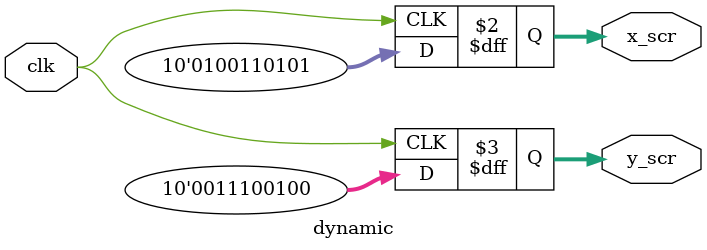
<source format=v>
module dynamic (
                input wire        clk,        // System clock.
                output reg [9:0]  x_scr,      // X position on screen.
                output reg [9:0]  y_scr       // Y position on screen.
               );

    // Dimensions.
    localparam width_scr     = 640;
    localparam height_scr    = 480;
    localparam width_number  = 21;
    localparam height_number = 23;
    
    // Update de x,y screen position.
    always @ (posedge clk)
    begin
        // First, lock position in center.
        x_scr <= (width_scr - width_number)/2;
        y_scr <= (height_scr - height_number)/2;
    end
endmodule

</source>
